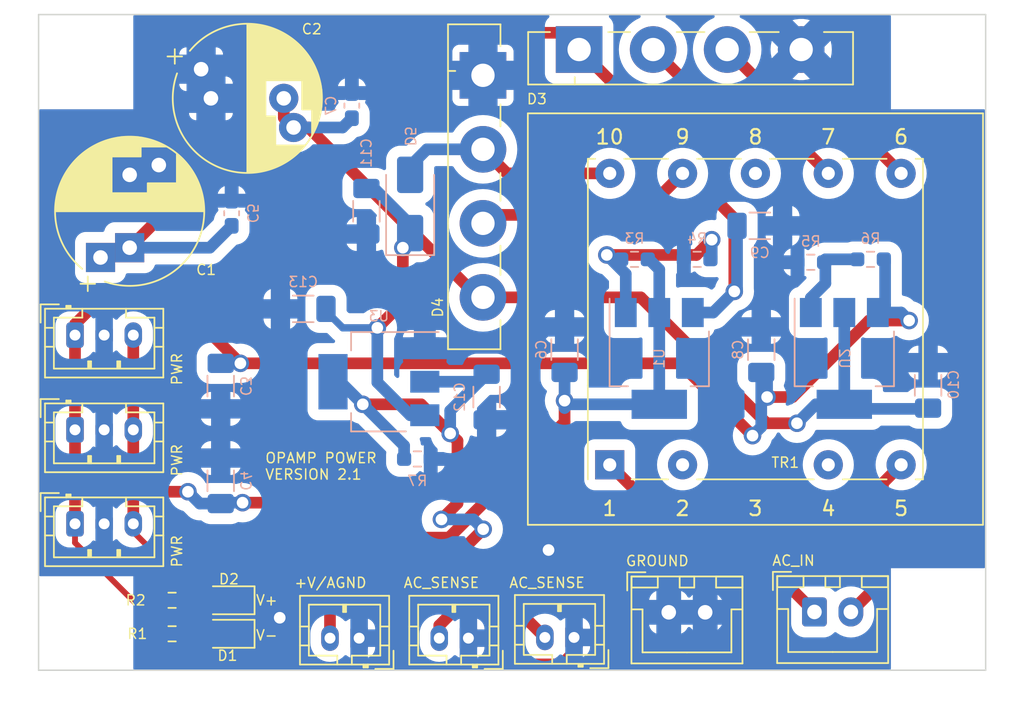
<source format=kicad_pcb>
(kicad_pcb (version 20221018) (generator pcbnew)
  (layers (0 "F.Cu" signal) (31 "B.Cu" signal) (34 "B.Paste" user) (35 "F.Paste" user) (36 "B.SilkS" user "B.Silkscreen") (37 "F.SilkS" user "F.Silkscreen") (38 "B.Mask" user) (39 "F.Mask" user) (44 "Edge.Cuts" user))
  (net 0 "")
  (net 1 "VPOS")
  (net 2 "PGND")
  (net 3 "VNEG")
  (net 4 "Net-(D1-A)")
  (net 5 "Net-(D2-A)")
  (net 6 "Net-(D3-Pad2)")
  (net 7 "AC1")
  (net 8 "Net-(D4-Pad3)")
  (net 9 "Net-(U1-ADJ)")
  (net 10 "Net-(U2-ADJ)")
  (net 11 "RECT_POS")
  (net 12 "RECT_NEG")
  (net 13 "DC_NEG")
  (net 14 "DC_POS")
  (net 15 "AC2")
  (net 16 "SENSE_DC")
  (net 17 "SENSE")
  (footprint "MountingHole:MountingHole_3.2mm_M3" (layer "F.Cu") (at 103.5 119.5)
    (fp_text reference "H4" hide)
    (fp_text value "MountingHole")
    (pad "" np_thru_hole circle (at 0 0) (size 3.2 3.2) (drill 3.2) (layers "*.Cu" "*.Mask"))
  )
  (footprint "Connector_JST:JST_XH_B2B-XH-A_1x02_P2.50mm_Vertical" (layer "F.Cu") (at 144.25 118.025)
    (fp_text reference "J2" hide)
    (fp_text value "Conn_01x02_Male")
    (pad "1" thru_hole roundrect (at 0 0) (size 1.7 2) (drill 1) (layers "*.Cu" "*.Mask") (roundrect_rratio 0.1470588235) (net 2 "PGND"))
    (pad "2" thru_hole oval (at 2.5 0) (size 1.7 2) (drill 1) (layers "*.Cu" "*.Mask") (net 2 "PGND"))
  )
  (footprint "Capacitor_THT:CP_Radial_D10.0mm_P5.00mm_P7.50mm" (layer "F.Cu") (at 107.25 93 90)
    (fp_text reference "C1" (at -1.517323 5.25 unlocked) (layer "F.SilkS") (effects (font (size 0.7 0.7) (thickness 0.1))))
    (fp_text value "1000U")
    (pad "1" thru_hole rect (at -0.672144 -2 90) (size 2 2) (drill 1) (layers "*.Cu" "*.Mask") (net 11 "RECT_POS"))
    (pad "1" thru_hole rect (at 0 0 90) (size 2 2) (drill 1) (layers "*.Cu" "*.Mask") (net 11 "RECT_POS"))
    (pad "2" thru_hole circle (at 5 0 90) (size 2 2) (drill 1) (layers "*.Cu" "*.Mask") (net 2 "PGND"))
    (pad "2" thru_hole circle (at 5.672144 2 90) (size 2 2) (drill 1) (layers "*.Cu" "*.Mask") (net 2 "PGND"))
  )
  (footprint "Resistor_SMD:R_0603_1608Metric_Pad0.98x0.95mm_HandSolder" (layer "F.Cu") (at 110.1625 117.2)
    (fp_text reference "R2" (at -2.5 0 unlocked) (layer "F.SilkS") (effects (font (size 0.7 0.7) (thickness 0.1))))
    (fp_text value "3.3K")
    (pad "1" smd roundrect (at -0.9125 0) (size 0.975 0.95) (layers "F.Cu" "F.Paste" "F.Mask") (net 14 "DC_POS"))
    (pad "2" smd roundrect (at 0.9125 0) (size 0.975 0.95) (layers "F.Cu" "F.Paste" "F.Mask") (net 5 "Net-(D2-A)"))
  )
  (footprint "Connector_JST:JST_PH_B3B-PH-K_1x03_P2.00mm_Vertical" (layer "F.Cu") (at 103.5 99)
    (fp_text reference "J3" hide)
    (fp_text value "Conn_01x03_Male")
    (pad "1" thru_hole roundrect (at 0 0) (size 1.2 1.75) (drill 0.75) (layers "*.Cu" "*.Mask") (roundrect_rratio 0.2083333333) (net 13 "DC_NEG"))
    (pad "2" thru_hole oval (at 2 0) (size 1.2 1.75) (drill 0.75) (layers "*.Cu" "*.Mask") (net 2 "PGND"))
    (pad "3" thru_hole oval (at 4 0) (size 1.2 1.75) (drill 0.75) (layers "*.Cu" "*.Mask") (net 14 "DC_POS"))
  )
  (footprint "Diode_THT:Diode_Bridge_Vishay_GBU" (layer "F.Cu") (at 131.5 81.17 -90)
    (fp_text reference "D4" (at 15.93 3.1 -270 unlocked) (layer "F.SilkS") (effects (font (size 0.7 0.7) (thickness 0.1))))
    (fp_text value "GBU4A")
    (pad "1" thru_hole rect (at 0 0 270) (size 3.2 3.2) (drill 1.6) (layers "*.Cu" "*.Mask") (net 2 "PGND"))
    (pad "2" thru_hole circle (at 5.08 0 270) (size 3.2 3.2) (drill 1.6) (layers "*.Cu" "*.Mask") (net 15 "AC2"))
    (pad "3" thru_hole circle (at 10.16 0 270) (size 3.2 3.2) (drill 1.6) (layers "*.Cu" "*.Mask") (net 8 "Net-(D4-Pad3)"))
    (pad "4" thru_hole circle (at 15.24 0 270) (size 3.2 3.2) (drill 1.6) (layers "*.Cu" "*.Mask") (net 12 "RECT_NEG"))
  )
  (footprint "Resistor_SMD:R_0603_1608Metric_Pad0.98x0.95mm_HandSolder" (layer "F.Cu") (at 110.1625 119.5 180)
    (fp_text reference "R1" (at 2.3875 0 unlocked) (layer "F.SilkS") (effects (font (size 0.7 0.7) (thickness 0.1))))
    (fp_text value "3.3K")
    (pad "1" smd roundrect (at -0.9125 0 180) (size 0.975 0.95) (layers "F.Cu" "F.Paste" "F.Mask") (net 2 "PGND"))
    (pad "2" smd roundrect (at 0.9125 0 180) (size 0.975 0.95) (layers "F.Cu" "F.Paste" "F.Mask") (net 4 "Net-(D1-A)"))
  )
  (footprint "MountingHole:MountingHole_3.2mm_M3" (layer "F.Cu") (at 163.5 79.5)
    (fp_text reference "H1" hide)
    (fp_text value "MountingHole")
    (pad "" np_thru_hole circle (at 0 0) (size 3.2 3.2) (drill 3.2) (layers "*.Cu" "*.Mask"))
  )
  (footprint "Connector_JST:JST_PH_B3B-PH-K_1x03_P2.00mm_Vertical" (layer "F.Cu") (at 103.5 105.5)
    (fp_text reference "J4" hide)
    (fp_text value "Conn_01x03_Male")
    (pad "1" thru_hole roundrect (at 0 0) (size 1.2 1.75) (drill 0.75) (layers "*.Cu" "*.Mask") (roundrect_rratio 0.2083333333) (net 13 "DC_NEG"))
    (pad "2" thru_hole oval (at 2 0) (size 1.2 1.75) (drill 0.75) (layers "*.Cu" "*.Mask") (net 2 "PGND"))
    (pad "3" thru_hole oval (at 4 0) (size 1.2 1.75) (drill 0.75) (layers "*.Cu" "*.Mask") (net 14 "DC_POS"))
  )
  (footprint "Connector_JST:JST_PH_B2B-PH-K_1x02_P2.00mm_Vertical" (layer "F.Cu") (at 130.5 119.8 180)
    (fp_text reference "J6" hide)
    (fp_text value "Conn_01x02_Male")
    (pad "1" thru_hole roundrect (at 0 0 180) (size 1.2 1.75) (drill 0.75) (layers "*.Cu" "*.Mask") (roundrect_rratio 0.2083333333) (net 2 "PGND"))
    (pad "2" thru_hole oval (at 2 0 180) (size 1.2 1.75) (drill 0.75) (layers "*.Cu" "*.Mask") (net 17 "SENSE"))
  )
  (footprint "Connector_JST:JST_PH_B3B-PH-K_1x03_P2.00mm_Vertical" (layer "F.Cu") (at 103.5 111.95)
    (fp_text reference "J5" hide)
    (fp_text value "Conn_01x03_Male")
    (pad "1" thru_hole roundrect (at 0 0) (size 1.2 1.75) (drill 0.75) (layers "*.Cu" "*.Mask") (roundrect_rratio 0.2083333333) (net 13 "DC_NEG"))
    (pad "2" thru_hole oval (at 2 0) (size 1.2 1.75) (drill 0.75) (layers "*.Cu" "*.Mask") (net 2 "PGND"))
    (pad "3" thru_hole oval (at 4 0) (size 1.2 1.75) (drill 0.75) (layers "*.Cu" "*.Mask") (net 14 "DC_POS"))
  )
  (footprint "MountingHole:MountingHole_3.2mm_M3" (layer "F.Cu") (at 103.5 79.5)
    (fp_text reference "H2" hide)
    (fp_text value "MountingHole")
    (pad "" np_thru_hole circle (at 0 0) (size 3.2 3.2) (drill 3.2) (layers "*.Cu" "*.Mask"))
  )
  (footprint "LED_SMD:LED_0805_2012Metric_Pad1.15x1.40mm_HandSolder" (layer "F.Cu") (at 113.9625 119.5 180)
    (fp_text reference "D1" (at 0 -1.5 unlocked) (layer "F.SilkS") (effects (font (size 0.7 0.7) (thickness 0.1))))
    (fp_text value "BLUE")
    (pad "1" smd roundrect (at -1.025 0 180) (size 1.15 1.4) (layers "F.Cu" "F.Paste" "F.Mask") (roundrect_rratio 0.2173913043) (net 13 "DC_NEG"))
    (pad "2" smd roundrect (at 1.025 0 180) (size 1.15 1.4) (layers "F.Cu" "F.Paste" "F.Mask") (roundrect_rratio 0.2173913043) (net 4 "Net-(D1-A)"))
  )
  (footprint "Diode_THT:Diode_Bridge_Vishay_GBU" (layer "F.Cu") (at 138.1 79.4)
    (fp_text reference "D3" (at -2.9 3.4 unlocked) (layer "F.SilkS") (effects (font (size 0.7 0.7) (thickness 0.1))))
    (fp_text value "GBU4A")
    (pad "1" thru_hole rect (at 0 0) (size 3.2 3.2) (drill 1.6) (layers "*.Cu" "*.Mask") (net 11 "RECT_POS"))
    (pad "2" thru_hole circle (at 5.08 0) (size 3.2 3.2) (drill 1.6) (layers "*.Cu" "*.Mask") (net 6 "Net-(D3-Pad2)"))
    (pad "3" thru_hole circle (at 10.16 0) (size 3.2 3.2) (drill 1.6) (layers "*.Cu" "*.Mask") (net 7 "AC1"))
    (pad "4" thru_hole circle (at 15.24 0) (size 3.2 3.2) (drill 1.6) (layers "*.Cu" "*.Mask") (net 2 "PGND"))
  )
  (footprint "Transformer_THT:Transformer_Breve_TEZ-28x33" (layer "F.Cu") (at 140.2 107.9)
    (fp_text reference "TR1" (at 12.05 -0.15 unlocked) (layer "F.SilkS") (effects (font (size 0.7 0.7) (thickness 0.1))))
    (fp_text value "230V 2x9V 2.3VA")
    (fp_text user "5" (at 20 3) (layer "F.SilkS"))
    (fp_text user "4" (at 15 3) (layer "F.SilkS"))
    (fp_text user "6" (at 20 -22.5) (layer "F.SilkS"))
    (fp_text user "9" (at 5 -22.5) (layer "F.SilkS"))
    (fp_text user "2" (at 5 3) (layer "F.SilkS"))
    (fp_text user "10" (at 0 -22.5) (layer "F.SilkS"))
    (fp_text user "3" (at 10 3) (layer "F.SilkS"))
    (fp_text user "7" (at 15 -22.5) (layer "F.SilkS"))
    (fp_text user "1" (at 0 3) (layer "F.SilkS"))
    (fp_text user "8" (at 10 -22.5) (layer "F.SilkS"))
    (pad "1" thru_hole rect (at 0 0) (size 2 2) (drill 0.9) (layers "*.Cu" "*.Mask") (net 1 "VPOS"))
    (pad "2" thru_hole circle (at 5 0) (size 2 2) (drill 0.9) (layers "*.Cu" "*.Mask"))
    (pad "4" thru_hole circle (at 15 0) (size 2 2) (drill 0.9) (layers "*.Cu" "*.Mask"))
    (pad "5" thru_hole circle (at 20 0) (size 2 2) (drill 0.9) (layers "*.Cu" "*.Mask") (net 3 "VNEG"))
    (pad "6" thru_hole circle (at 20 -20) (size 2 2) (drill 0.9) (layers "*.Cu" "*.Mask") (net 7 "AC1"))
    (pad "7" thru_hole circle (at 15 -20) (size 2 2) (drill 0.9) (layers "*.Cu" "*.Mask") (net 6 "Net-(D3-Pad2)"))
    (pad "8" thru_hole circle (at 10 -20) (size 2 2) (drill 0.9) (layers "*.Cu" "*.Mask"))
    (pad "9" thru_hole circle (at 5 -20) (size 2 2) (drill 0.9) (layers "*.Cu" "*.Mask") (net 8 "Net-(D4-Pad3)"))
    (pad "10" thru_hole circle (at 0 -20) (size 2 2) (drill 0.9) (layers "*.Cu" "*.Mask") (net 15 "AC2"))
  )
  (footprint "Connector_JST:JST_PH_B2B-PH-K_1x02_P2.00mm_Vertical" (layer "F.Cu") (at 137.75 119.75 180)
    (fp_text reference "J7" hide)
    (fp_text value "Conn_01x02_Male")
    (pad "1" thru_hole roundrect (at 0 0 180) (size 1.2 1.75) (drill 0.75) (layers "*.Cu" "*.Mask") (roundrect_rratio 0.2083333333) (net 2 "PGND"))
    (pad "2" thru_hole oval (at 2 0 180) (size 1.2 1.75) (drill 0.75) (layers "*.Cu" "*.Mask") (net 17 "SENSE"))
  )
  (footprint "MountingHole:MountingHole_3.2mm_M3" (layer "F.Cu") (at 163.5 119.5)
    (fp_text reference "H3" hide)
    (fp_text value "MountingHole")
    (pad "" np_thru_hole circle (at 0 0) (size 3.2 3.2) (drill 3.2) (layers "*.Cu" "*.Mask"))
  )
  (footprint "Capacitor_THT:CP_Radial_D10.0mm_P5.00mm_P7.50mm" (layer "F.Cu") (at 112.827856 82.75)
    (fp_text reference "C2" (at 6.922144 -4.75 unlocked) (layer "F.SilkS") (effects (font (size 0.7 0.7) (thickness 0.1))))
    (fp_text value "1000U")
    (pad "1" thru_hole rect (at -0.672144 -2) (size 2 2) (drill 1) (layers "*.Cu" "*.Mask") (net 2 "PGND"))
    (pad "1" thru_hole rect (at 0 0) (size 2 2) (drill 1) (layers "*.Cu" "*.Mask") (net 2 "PGND"))
    (pad "2" thru_hole circle (at 5 0) (size 2 2) (drill 1) (layers "*.Cu" "*.Mask") (net 12 "RECT_NEG"))
    (pad "2" thru_hole circle (at 5.672144 2) (size 2 2) (drill 1) (layers "*.Cu" "*.Mask") (net 12 "RECT_NEG"))
  )
  (footprint "Connector_JST:JST_XH_B2B-XH-A_1x02_P2.50mm_Vertical" (layer "F.Cu") (at 154.25 118)
    (fp_text reference "J1" hide)
    (fp_text value "Conn_01x02_Male")
    (pad "1" thru_hole roundrect (at 0 0) (size 1.7 2) (drill 1) (layers "*.Cu" "*.Mask") (roundrect_rratio 0.1470588235) (net 1 "VPOS"))
    (pad "2" thru_hole oval (at 2.5 0) (size 1.7 2) (drill 1) (layers "*.Cu" "*.Mask") (net 3 "VNEG"))
  )
  (footprint "LED_SMD:LED_0805_2012Metric_Pad1.15x1.40mm_HandSolder" (layer "F.Cu") (at 113.9625 117.2 180)
    (fp_text reference "D2" (at -0.1 1.45 unlocked) (layer "F.SilkS") (effects (font (size 0.7 0.7) (thickness 0.1))))
    (fp_text value "YELLOW")
    (pad "1" smd roundrect (at -1.025 0 180) (size 1.15 1.4) (layers "F.Cu" "F.Paste" "F.Mask") (roundrect_rratio 0.2173913043) (net 2 "PGND"))
    (pad "2" smd roundrect (at 1.025 0 180) (size 1.15 1.4) (layers "F.Cu" "F.Paste" "F.Mask") (roundrect_rratio 0.2173913043) (net 5 "Net-(D2-A)"))
  )
  (footprint "Connector_JST:JST_PH_B2B-PH-K_1x02_P2.00mm_Vertical" (layer "F.Cu") (at 123 119.8 180)
    (fp_text reference "J8" hide)
    (fp_text value "Conn_01x02_Male")
    (pad "1" thru_hole roundrect (at 0 0 180) (size 1.2 1.75) (drill 0.75) (layers "*.Cu" "*.Mask") (roundrect_rratio 0.2083333333) (net 2 "PGND"))
    (pad "2" thru_hole oval (at 2 0 180) (size 1.2 1.75) (drill 0.75) (layers "*.Cu" "*.Mask") (net 14 "DC_POS"))
  )
  (footprint "Resistor_SMD:R_0603_1608Metric_Pad0.98x0.95mm_HandSolder" (layer "B.Cu") (at 146.2 93.8 180)
    (fp_text reference "R4" (at 0 1.43 unlocked) (layer "B.SilkS") (effects (font (size 0.7 0.7) (thickness 0.1)) (justify mirror)))
    (fp_text value "750R")
    (pad "1" smd roundrect (at -0.9125 0 180) (size 0.975 0.95) (layers "B.Cu" "B.Paste" "B.Mask") (net 9 "Net-(U1-ADJ)"))
    (pad "2" smd roundrect (at 0.9125 0 180) (size 0.975 0.95) (layers "B.Cu" "B.Paste" "B.Mask") (net 2 "PGND"))
  )
  (footprint "Capacitor_SMD:C_1206_3216Metric_Pad1.33x1.80mm_HandSolder" (layer "B.Cu") (at 119.1625 97.2 180)
    (fp_text reference "C13" (at 0 1.85 unlocked) (layer "B.SilkS") (effects (font (size 0.7 0.7) (thickness 0.1)) (justify mirror)))
    (fp_text value "47u")
    (pad "1" smd roundrect (at -1.5625 0 180) (size 1.325 1.8) (layers "B.Cu" "B.Paste" "B.Mask") (roundrect_rratio 0.1886792453) (net 16 "SENSE_DC"))
    (pad "2" smd roundrect (at 1.5625 0 180) (size 1.325 1.8) (layers "B.Cu" "B.Paste" "B.Mask") (roundrect_rratio 0.1886792453) (net 2 "PGND"))
  )
  (footprint "Capacitor_SMD:C_1206_3216Metric_Pad1.33x1.80mm_HandSolder" (layer "B.Cu") (at 123.5 90.5 -90)
    (fp_text reference "C11" (at -4 0 90 unlocked) (layer "B.SilkS") (effects (font (size 0.7 0.7) (thickness 0.1)) (justify mirror)))
    (fp_text value "47u")
    (pad "1" smd roundrect (at -1.5625 0 270) (size 1.325 1.8) (layers "B.Cu" "B.Paste" "B.Mask") (roundrect_rratio 0.1886792453) (net 16 "SENSE_DC"))
    (pad "2" smd roundrect (at 1.5625 0 270) (size 1.325 1.8) (layers "B.Cu" "B.Paste" "B.Mask") (roundrect_rratio 0.1886792453) (net 2 "PGND"))
  )
  (footprint "Diode_SMD:D_SMA" (layer "B.Cu") (at 126.5 90 90)
    (fp_text reference "D5" (at 4.65 0 270 unlocked) (layer "B.SilkS") (effects (font (size 0.7 0.7) (thickness 0.1)) (justify mirror)))
    (fp_text value "1N4001")
    (pad "1" smd roundrect (at -2 0 90) (size 2.5 1.8) (layers "B.Cu" "B.Paste" "B.Mask") (roundrect_rratio 0.1388888889) (net 16 "SENSE_DC"))
    (pad "2" smd roundrect (at 2 0 90) (size 2.5 1.8) (layers "B.Cu" "B.Paste" "B.Mask") (roundrect_rratio 0.1388888889) (net 15 "AC2"))
  )
  (footprint "Capacitor_SMD:C_1206_3216Metric_Pad1.33x1.80mm_HandSolder" (layer "B.Cu") (at 150.5 91.5)
    (fp_text reference "C9" (at 0 1.85 unlocked) (layer "B.SilkS") (effects (font (size 0.7 0.7) (thickness 0.1)) (justify mirror)))
    (fp_text value "10u")
    (pad "1" smd roundrect (at -1.5625 0) (size 1.325 1.8) (layers "B.Cu" "B.Paste" "B.Mask") (roundrect_rratio 0.1886792453) (net 11 "RECT_POS"))
    (pad "2" smd roundrect (at 1.5625 0) (size 1.325 1.8) (layers "B.Cu" "B.Paste" "B.Mask") (roundrect_rratio 0.1886792453) (net 2 "PGND"))
  )
  (footprint "Resistor_SMD:R_0603_1608Metric_Pad0.98x0.95mm_HandSolder" (layer "B.Cu") (at 158.1 93.8 180)
    (fp_text reference "R6" (at 0 1.43 unlocked) (layer "B.SilkS") (effects (font (size 0.7 0.7) (thickness 0.1)) (justify mirror)))
    (fp_text value "120R")
    (pad "1" smd roundrect (at -0.9125 0 180) (size 0.975 0.95) (layers "B.Cu" "B.Paste" "B.Mask") (net 13 "DC_NEG"))
    (pad "2" smd roundrect (at 0.9125 0 180) (size 0.975 0.95) (layers "B.Cu" "B.Paste" "B.Mask") (net 10 "Net-(U2-ADJ)"))
  )
  (footprint "Package_TO_SOT_SMD:SOT-223-3_TabPin2" (layer "B.Cu") (at 156.3 100.6 -90)
    (fp_text reference "U2" (at 0 0 -90 unlocked) (layer "B.SilkS") (effects (font (size 0.7 0.7) (thickness 0.1)) (justify mirror)))
    (fp_text value "LM337_SOT223")
    (pad "1" smd rect (at -3.15 2.3 270) (size 2 1.5) (layers "B.Cu" "B.Paste" "B.Mask") (net 10 "Net-(U2-ADJ)"))
    (pad "2" smd rect (at -3.15 0 270) (size 2 1.5) (layers "B.Cu" "B.Paste" "B.Mask") (net 12 "RECT_NEG"))
    (pad "2" smd rect (at 3.15 0 270) (size 2 3.8) (layers "B.Cu" "B.Paste" "B.Mask") (net 12 "RECT_NEG"))
    (pad "3" smd rect (at -3.15 -2.3 270) (size 2 1.5) (layers "B.Cu" "B.Paste" "B.Mask") (net 13 "DC_NEG"))
  )
  (footprint "Resistor_SMD:R_0603_1608Metric_Pad0.98x0.95mm_HandSolder" (layer "B.Cu") (at 154 94 180)
    (fp_text reference "R5" (at 0 1.43 unlocked) (layer "B.SilkS") (effects (font (size 0.7 0.7) (thickness 0.1)) (justify mirror)))
    (fp_text value "750R")
    (pad "1" smd roundrect (at -0.9125 0 180) (size 0.975 0.95) (layers "B.Cu" "B.Paste" "B.Mask") (net 10 "Net-(U2-ADJ)"))
    (pad "2" smd roundrect (at 0.9125 0 180) (size 0.975 0.95) (layers "B.Cu" "B.Paste" "B.Mask") (net 2 "PGND"))
  )
  (footprint "Capacitor_SMD:C_1206_3216Metric_Pad1.33x1.80mm_HandSolder" (layer "B.Cu") (at 113.5 109 90)
    (fp_text reference "C4" (at 0 1.7 270 unlocked) (layer "B.SilkS") (effects (font (size 0.7 0.7) (thickness 0.1)) (justify mirror)))
    (fp_text value "10U")
    (pad "1" smd roundrect (at -1.5625 0 90) (size 1.325 1.8) (layers "B.Cu" "B.Paste" "B.Mask") (roundrect_rratio 0.1886792453) (net 14 "DC_POS"))
    (pad "2" smd roundrect (at 1.5625 0 90) (size 1.325 1.8) (layers "B.Cu" "B.Paste" "B.Mask") (roundrect_rratio 0.1886792453) (net 2 "PGND"))
  )
  (footprint "Resistor_SMD:R_0603_1608Metric_Pad0.98x0.95mm_HandSolder" (layer "B.Cu") (at 127 107.5 180)
    (fp_text reference "R7" (at 0 -1.5 unlocked) (layer "B.SilkS") (effects (font (size 0.7 0.7) (thickness 0.1)) (justify mirror)))
    (fp_text value "10K")
    (pad "1" smd roundrect (at -0.9125 0 180) (size 0.975 0.95) (layers "B.Cu" "B.Paste" "B.Mask") (net 2 "PGND"))
    (pad "2" smd roundrect (at 0.9125 0 180) (size 0.975 0.95) (layers "B.Cu" "B.Paste" "B.Mask") (net 17 "SENSE"))
  )
  (footprint "Capacitor_SMD:C_0603_1608Metric_Pad1.08x0.95mm_HandSolder" (layer "B.Cu") (at 122.5 83.25 -90)
    (fp_text reference "C7" (at 0 1.43 90 unlocked) (layer "B.SilkS") (effects (font (size 0.7 0.7) (thickness 0.1)) (justify mirror)))
    (fp_text value "0.1U")
    (pad "1" smd roundrect (at -0.8625 0 270) (size 1.075 0.95) (layers "B.Cu" "B.Paste" "B.Mask") (net 2 "PGND"))
    (pad "2" smd roundrect (at 0.8625 0 270) (size 1.075 0.95) (layers "B.Cu" "B.Paste" "B.Mask") (net 12 "RECT_NEG"))
  )
  (footprint "Resistor_SMD:R_0603_1608Metric_Pad0.98x0.95mm_HandSolder" (layer "B.Cu") (at 141.9 93.8 180)
    (fp_text reference "R3" (at 0 1.43 unlocked) (layer "B.SilkS") (effects (font (size 0.7 0.7) (thickness 0.1)) (justify mirror)))
    (fp_text value "120R")
    (pad "1" smd roundrect (at -0.9125 0 180) (size 0.975 0.95) (layers "B.Cu" "B.Paste" "B.Mask") (net 14 "DC_POS"))
    (pad "2" smd roundrect (at 0.9125 0 180) (size 0.975 0.95) (layers "B.Cu" "B.Paste" "B.Mask") (net 9 "Net-(U1-ADJ)"))
  )
  (footprint "Capacitor_SMD:C_1206_3216Metric_Pad1.33x1.80mm_HandSolder" (layer "B.Cu") (at 137.1 100 90)
    (fp_text reference "C6" (at 0 -1.6 90 unlocked) (layer "B.SilkS") (effects (font (size 0.7 0.7) (thickness 0.1)) (justify mirror)))
    (fp_text value "10U")
    (pad "1" smd roundrect (at -1.5625 0 90) (size 1.325 1.8) (layers "B.Cu" "B.Paste" "B.Mask") (roundrect_rratio 0.1886792453) (net 14 "DC_POS"))
    (pad "2" smd roundrect (at 1.5625 0 90) (size 1.325 1.8) (layers "B.Cu" "B.Paste" "B.Mask") (roundrect_rratio 0.1886792453) (net 2 "PGND"))
  )
  (footprint "Capacitor_SMD:C_0603_1608Metric_Pad1.08x0.95mm_HandSolder" (layer "B.Cu") (at 114.25 90.6375 90)
    (fp_text reference "C5" (at 0 1.43 -90 unlocked) (layer "B.SilkS") (effects (font (size 0.7 0.7) (thickness 0.1)) (justify mirror)))
    (fp_text value "0.1U")
    (pad "1" smd roundrect (at -0.8625 0 90) (size 1.075 0.95) (layers "B.Cu" "B.Paste" "B.Mask") (net 11 "RECT_POS"))
    (pad "2" smd roundrect (at 0.8625 0 90) (size 1.075 0.95) (layers "B.Cu" "B.Paste" "B.Mask") (net 2 "PGND"))
  )
  (footprint "Capacitor_SMD:C_1206_3216Metric_Pad1.33x1.80mm_HandSolder" (layer "B.Cu") (at 113.5 102.5 90)
    (fp_text reference "C3" (at 0 1.7 270 unlocked) (layer "B.SilkS") (effects (font (size 0.7 0.7) (thickness 0.1)) (justify mirror)))
    (fp_text value "10U")
    (pad "1" smd roundrect (at -1.5625 0 90) (size 1.325 1.8) (layers "B.Cu" "B.Paste" "B.Mask") (roundrect_rratio 0.1886792453) (net 2 "PGND"))
    (pad "2" smd roundrect (at 1.5625 0 90) (size 1.325 1.8) (layers "B.Cu" "B.Paste" "B.Mask") (roundrect_rratio 0.1886792453) (net 13 "DC_NEG"))
  )
  (footprint "Capacitor_SMD:C_1206_3216Metric_Pad1.33x1.80mm_HandSolder" (layer "B.Cu") (at 162.05 102.45 -90)
    (fp_text reference "C10" (at -0.05 -1.75 90 unlocked) (layer "B.SilkS") (effects (font (size 0.7 0.7) (thickness 0.1)) (justify mirror)))
    (fp_text value "10u")
    (pad "1" smd roundrect (at -1.5625 0 270) (size 1.325 1.8) (layers "B.Cu" "B.Paste" "B.Mask") (roundrect_rratio 0.1886792453) (net 2 "PGND"))
    (pad "2" smd roundrect (at 1.5625 0 270) (size 1.325 1.8) (layers "B.Cu" "B.Paste" "B.Mask") (roundrect_rratio 0.1886792453) (net 12 "RECT_NEG"))
  )
  (footprint "Package_TO_SOT_SMD:SOT-223-3_TabPin2" (layer "B.Cu") (at 143.6 100.6 -90)
    (fp_text reference "U1" (at 0 0 90 unlocked) (layer "B.SilkS") (effects (font (size 0.7 0.7) (thickness 0.1)) (justify mirror)))
    (fp_text value "LM317_SOT-223")
    (pad "1" smd rect (at -3.15 2.3 270) (size 2 1.5) (layers "B.Cu" "B.Paste" "B.Mask") (net 9 "Net-(U1-ADJ)"))
    (pad "2" smd rect (at -3.15 0 270) (size 2 1.5) (layers "B.Cu" "B.Paste" "B.Mask") (net 14 "DC_POS"))
    (pad "2" smd rect (at 3.15 0 270) (size 2 3.8) (layers "B.Cu" "B.Paste" "B.Mask") (net 14 "DC_POS"))
    (pad "3" smd rect (at -3.15 -2.3 270) (size 2 1.5) (layers "B.Cu" "B.Paste" "B.Mask") (net 11 "RECT_POS"))
  )
  (footprint "Capacitor_SMD:C_1206_3216Metric_Pad1.33x1.80mm_HandSolder" (layer "B.Cu") (at 131.75 103.25 -90)
    (fp_text reference "C12" (at 0 1.85 90 unlocked) (layer "B.SilkS") (effects (font (size 0.7 0.7) (thickness 0.1)) (justify mirror)))
    (fp_text value "10u")
    (pad "1" smd roundrect (at -1.5625 0 270) (size 1.325 1.8) (layers "B.Cu" "B.Paste" "B.Mask") (roundrect_rratio 0.1886792453) (net 17 "SENSE"))
    (pad "2" smd roundrect (at 1.5625 0 270) (size 1.325 1.8) (layers "B.Cu" "B.Paste" "B.Mask") (roundrect_rratio 0.1886792453) (net 2 "PGND"))
  )
  (footprint "Package_TO_SOT_SMD:SOT-223-3_TabPin2" (layer "B.Cu") (at 124.3575 102.2 180)
    (fp_text reference "U3" (at 0 4.5 unlocked) (layer "B.SilkS") (effects (font (size 0.7 0.7) (thickness 0.1)) (justify mirror)))
    (fp_text value "AMS1117-3.3")
    (pad "1" smd rect (at -3.15 2.3 180) (size 2 1.5) (layers "B.Cu" "B.Paste" "B.Mask") (net 2 "PGND"))
    (pad "2" smd rect (at -3.15 0 180) (size 2 1.5) (layers "B.Cu" "B.Paste" "B.Mask") (net 17 "SENSE"))
    (pad "2" smd rect (at 3.15 0 180) (size 2 3.8) (layers "B.Cu" "B.Paste" "B.Mask") (net 17 "SENSE"))
    (pad "3" smd rect (at -3.15 -2.3 180) (size 2 1.5) (layers "B.Cu" "B.Paste" "B.Mask") (net 16 "SENSE_DC"))
  )
  (footprint "Capacitor_SMD:C_1206_3216Metric_Pad1.33x1.80mm_HandSolder" (layer "B.Cu") (at 150.6 100 -90)
    (fp_text reference "C8" (at 0 1.6 90 unlocked) (layer "B.SilkS") (effects (font (size 0.7 0.7) (thickness 0.1)) (justify mirror)))
    (fp_text value "10U")
    (pad "1" smd roundrect (at -1.5625 0 270) (size 1.325 1.8) (layers "B.Cu" "B.Paste" "B.Mask") (roundrect_rratio 0.1886792453) (net 2 "PGND"))
    (pad "2" smd roundrect (at 1.5625 0 270) (size 1.325 1.8) (layers "B.Cu" "B.Paste" "B.Mask") (roundrect_rratio 0.1886792453) (net 13 "DC_NEG"))
  )
  (gr_line (start 166 77) (end 101 77) (stroke (width 0.1)) (layer "Edge.Cuts"))
  (gr_line (start 101 77) (end 101 122) (stroke (width 0.1)) (layer "Edge.Cuts"))
  (gr_line (start 166 77) (end 166 122) (stroke (width 0.1)) (layer "Edge.Cuts"))
  (gr_line (start 101 122) (end 166 122) (stroke (width 0.1)) (layer "Edge.Cuts"))
  (gr_text "GROUND" (at 141.25 114.5) (layer "F.SilkS") (effects (font (size 0.7 0.7) (thickness 0.1)) (justify left)))
  (gr_text "OPAMP POWER\nVERSION 2.1\n" (at 116.5 108) (layer "F.SilkS") (effects (font (size 0.7 0.7) (thickness 0.1)) (justify left)))
  (gr_text "AC_SENSE" (at 126 116) (layer "F.SilkS") (effects (font (size 0.7 0.7) (thickness 0.1)) (justify left)))
  (gr_text "PWR\n" (at 110.5 102.5 90) (layer "F.SilkS") (effects (font (size 0.7 0.7) (thickness 0.1)) (justify left)))
  (gr_text "PWR\n" (at 110.5 115 90) (layer "F.SilkS") (effects (font (size 0.7 0.7) (thickness 0.1)) (justify left)))
  (gr_text "PWR\n" (at 110.5 108.75 90) (layer "F.SilkS") (effects (font (size 0.7 0.7) (thickness 0.1)) (justify left)))
  (gr_text "AC_IN" (at 151.3 114.475) (layer "F.SilkS") (effects (font (size 0.7 0.7) (thickness 0.1)) (justify left)))
  (gr_text "V+" (at 115.8625 117.2) (layer "F.SilkS") (effects (font (size 0.7 0.7) (thickness 0.1)) (justify left)))
  (gr_text "AC_SENSE" (at 133.25 116) (layer "F.SilkS") (effects (font (size 0.7 0.7) (thickness 0.1)) (justify left)))
  (gr_text "V-" (at 115.8625 119.6) (layer "F.SilkS") (effects (font (size 0.7 0.7) (thickness 0.1)) (justify left)))
  (gr_text "+V/AGND" (at 118.5 116) (layer "F.SilkS") (effects (font (size 0.7 0.7) (thickness 0.1)) (justify left)))
  (segment (start 154.25 118) (end 149 112.75) (width 0.8) (layer "F.Cu") (net 1))
  (segment (start 149 112.75) (end 145.05 112.75) (width 0.8) (layer "F.Cu") (net 1))
  (segment (start 145.05 112.75) (end 140.2 107.9) (width 0.8) (layer "F.Cu") (net 1))
  (segment (start 113.8375 118.35) (end 114.9875 117.2) (width 0.4) (layer "F.Cu") (net 2))
  (segment (start 137.75 115.5) (end 136 113.75) (width 0.8) (layer "F.Cu") (net 2))
  (segment (start 137.75 119.75) (end 137.75 115.5) (width 0.8) (layer "F.Cu") (net 2))
  (segment (start 111.075 119.5) (end 112.225 118.35) (width 0.4) (layer "F.Cu") (net 2))
  (segment (start 136.9 121.6) (end 131 121.6) (width 0.8) (layer "F.Cu") (net 2))
  (segment (start 137.75 119.75) (end 137.75 120.75) (width 0.8) (layer "F.Cu") (net 2))
  (segment (start 130.5 121.1) (end 130.5 119.8) (width 0.8) (layer "F.Cu") (net 2))
  (segment (start 137.75 120.75) (end 136.9 121.6) (width 0.8) (layer "F.Cu") (net 2))
  (segment (start 131 121.6) (end 130.5 121.1) (width 0.8) (layer "F.Cu") (net 2))
  (segment (start 112.225 118.35) (end 113.8375 118.35) (width 0.4) (layer "F.Cu") (net 2))
  (segment (start 116.35 117.2) (end 117.55 118.4) (width 0.4) (layer "F.Cu") (net 2))
  (segment (start 114.9875 117.2) (end 116.35 117.2) (width 0.4) (layer "F.Cu") (net 2))
  (via (at 136 113.75) (size 1.2) (drill 0.8) (layers "F.Cu" "B.Cu") (net 2))
  (via (at 117.55 118.4) (size 1.2) (drill 0.8) (layers "F.Cu" "B.Cu") (net 2))
  (segment (start 137.1 98.4375) (end 136.0625 98.4375) (width 0.8) (layer "B.Cu") (net 2))
  (segment (start 136.0625 98.4375) (end 134.25 100.25) (width 0.8) (layer "B.Cu") (net 2))
  (segment (start 158.95 109.15) (end 158.95 115.8) (width 0.8) (layer "F.Cu") (net 3))
  (segment (start 158.95 115.8) (end 156.75 118) (width 0.8) (layer "F.Cu") (net 3))
  (segment (start 160.2 107.9) (end 158.95 109.15) (width 0.8) (layer "F.Cu") (net 3))
  (segment (start 112.9375 120.2) (end 112.5375 120.6) (width 0.4) (layer "F.Cu") (net 4))
  (segment (start 110.35 120.6) (end 109.25 119.5) (width 0.4) (layer "F.Cu") (net 4))
  (segment (start 112.9375 119.5) (end 112.9375 120.2) (width 0.4) (layer "F.Cu") (net 4))
  (segment (start 112.5375 120.6) (end 110.35 120.6) (width 0.4) (layer "F.Cu") (net 4))
  (segment (start 112.9375 117.2) (end 111.075 117.2) (width 0.8) (layer "F.Cu") (net 5))
  (segment (start 147.63 83.85) (end 143.18 79.4) (width 0.8) (layer "F.Cu") (net 6))
  (segment (start 155.2 87.9) (end 151.15 83.85) (width 0.8) (layer "F.Cu") (net 6))
  (segment (start 151.15 83.85) (end 147.63 83.85) (width 0.8) (layer "F.Cu") (net 6))
  (segment (start 160.2 87.9) (end 154.7 82.4) (width 0.8) (layer "F.Cu") (net 7))
  (segment (start 154.7 82.4) (end 151.26 82.4) (width 0.8) (layer "F.Cu") (net 7))
  (segment (start 151.26 82.4) (end 148.26 79.4) (width 0.8) (layer "F.Cu") (net 7))
  (segment (start 132.08 90.75) (end 142.35 90.75) (width 0.8) (layer "F.Cu") (net 8))
  (segment (start 142.35 90.75) (end 145.2 87.9) (width 0.8) (layer "F.Cu") (net 8))
  (segment (start 146.15 93.5) (end 147.2 92.45) (width 0.8) (layer "F.Cu") (net 9))
  (segment (start 139.999995 93.5) (end 146.15 93.5) (width 0.8) (layer "F.Cu") (net 9))
  (via (at 139.999995 93.5) (size 1.2) (drill 0.8) (layers "F.Cu" "B.Cu") (net 9))
  (via (at 147.2 92.45) (size 1.2) (drill 0.8) (layers "F.Cu" "B.Cu") (net 9))
  (segment (start 147.2 93.8) (end 147.2 92.45) (width 0.8) (layer "B.Cu") (net 9))
  (segment (start 141.3 97.45) (end 141.3 94.800005) (width 0.8) (layer "B.Cu") (net 9))
  (segment (start 141.3 94.800005) (end 139.999995 93.5) (width 0.8) (layer "B.Cu") (net 9))
  (segment (start 155 93.8) (end 157.1 93.8) (width 0.8) (layer "B.Cu") (net 10))
  (segment (start 154 96.45) (end 155 95.45) (width 0.8) (layer "B.Cu") (net 10))
  (segment (start 155 95.45) (end 155 93.8) (width 0.8) (layer "B.Cu") (net 10))
  (segment (start 154 97.45) (end 154 96.45) (width 0.8) (layer "B.Cu") (net 10))
  (segment (start 136.95 78.25) (end 118 78.25) (width 0.8) (layer "F.Cu") (net 11))
  (segment (start 143.45 84.75) (end 146 84.75) (width 0.8) (layer "F.Cu") (net 11))
  (segment (start 115.25 85) (end 107.25 93) (width 0.8) (layer "F.Cu") (net 11))
  (segment (start 118 78.25) (end 115.25 81) (width 0.8) (layer "F.Cu") (net 11))
  (segment (start 115.25 81) (end 115.25 85) (width 0.8) (layer "F.Cu") (net 11))
  (segment (start 148.75 90.982232) (end 148.75 96) (width 0.8) (layer "F.Cu") (net 11))
  (segment (start 146 84.75) (end 147.8 86.55) (width 0.8) (layer "F.Cu") (net 11))
  (segment (start 147.8 90.032232) (end 148.75 90.982232) (width 0.8) (layer "F.Cu") (net 11))
  (segment (start 138.1 79.4) (end 143.45 84.75) (width 0.8) (layer "F.Cu") (net 11))
  (segment (start 147.8 86.55) (end 147.8 90.032232) (width 0.8) (layer "F.Cu") (net 11))
  (via (at 148.75 96) (size 1.2) (drill 0.8) (layers "F.Cu" "B.Cu") (net 11))
  (segment (start 148.9375 91.25) (end 148.9375 95.8125) (width 0.8) (layer "B.Cu") (net 11))
  (segment (start 148.9375 95.8125) (end 148.75 96) (width 0.8) (layer "B.Cu") (net 11))
  (segment (start 145.9 97.45) (end 147.3 97.45) (width 0.8) (layer "B.Cu") (net 11))
  (segment (start 114.25 91.5) (end 112.75 93) (width 0.8) (layer "B.Cu") (net 11))
  (segment (start 147.3 97.45) (end 148.75 96) (width 0.8) (layer "B.Cu") (net 11))
  (segment (start 112.75 93) (end 107.25 93) (width 0.8) (layer "B.Cu") (net 11))
  (segment (start 130.41 96.41) (end 130.41 95.642233) (width 0.8) (layer "F.Cu") (net 12))
  (segment (start 131.5 96.41) (end 142.327767 96.41) (width 0.8) (layer "F.Cu") (net 12))
  (segment (start 119.517767 84.75) (end 118.75 84.75) (width 0.8) (layer "F.Cu") (net 12))
  (segment (start 130.41 95.642233) (end 119.517767 84.75) (width 0.8) (layer "F.Cu") (net 12))
  (segment (start 117.827856 82.75) (end 117.827856 84.077856) (width 0.8) (layer "F.Cu") (net 12))
  (segment (start 150.967767 105.05) (end 153.05 105.05) (width 0.8) (layer "F.Cu") (net 12))
  (segment (start 142.327767 96.41) (end 150.967767 105.05) (width 0.8) (layer "F.Cu") (net 12))
  (segment (start 117.827856 84.077856) (end 118.5 84.75) (width 0.8) (layer "F.Cu") (net 12))
  (via (at 153.05 105.05) (size 1.2) (drill 0.8) (layers "F.Cu" "B.Cu") (net 12))
  (segment (start 121.8625 84.75) (end 118.5 84.75) (width 0.8) (layer "B.Cu") (net 12))
  (segment (start 122.5 84.1125) (end 121.8625 84.75) (width 0.8) (layer "B.Cu") (net 12))
  (segment (start 162 104.0625) (end 156.6125 104.0625) (width 0.8) (layer "B.Cu") (net 12))
  (segment (start 156.3 103.75) (end 154.35 103.75) (width 0.8) (layer "B.Cu") (net 12))
  (segment (start 162.05 104.0125) (end 162 104.0625) (width 0.8) (layer "B.Cu") (net 12))
  (segment (start 154.35 103.75) (end 153.05 105.05) (width 0.8) (layer "B.Cu") (net 12))
  (segment (start 156.3 97.45) (end 156.3 103.75) (width 0.8) (layer "B.Cu") (net 12))
  (segment (start 145.0375 100.9375) (end 114.85 100.9375) (width 0.8) (layer "F.Cu") (net 13))
  (segment (start 110.4125 96.5) (end 114.85 100.9375) (width 0.8) (layer "F.Cu") (net 13))
  (segment (start 105.25 96.5) (end 110.4125 96.5) (width 0.8) (layer "F.Cu") (net 13))
  (segment (start 152.75 103.25) (end 151 103.25) (width 0.8) (layer "F.Cu") (net 13))
  (segment (start 150 105.9) (end 145.0375 100.9375) (width 0.8) (layer "F.Cu") (net 13))
  (segment (start 158 98) (end 152.75 103.25) (width 0.8) (layer "F.Cu") (net 13))
  (segment (start 113.2375 121.25) (end 109.540228 121.25) (width 0.4) (layer "F.Cu") (net 13))
  (segment (start 160.75 98) (end 158 98) (width 0.8) (layer "F.Cu") (net 13))
  (segment (start 103.5 111.5) (end 103.5 98.25) (width 0.8) (layer "F.Cu") (net 13))
  (segment (start 103.5 113.25) (end 103.5 111.5) (width 0.4) (layer "F.Cu") (net 13))
  (segment (start 108.3125 120.022272) (end 108.3125 118.0625) (width 0.4) (layer "F.Cu") (net 13))
  (segment (start 108.3125 118.0625) (end 103.5 113.25) (width 0.4) (layer "F.Cu") (net 13))
  (segment (start 114.9875 119.5) (end 113.2375 121.25) (width 0.4) (layer "F.Cu") (net 13))
  (segment (start 109.540228 121.25) (end 108.3125 120.022272) (width 0.4) (layer "F.Cu") (net 13))
  (segment (start 103.5 98.25) (end 105.25 96.5) (width 0.8) (layer "F.Cu") (net 13))
  (via (at 114.85 100.9375) (size 1.2) (drill 0.8) (layers "F.Cu" "B.Cu") (net 13))
  (via (at 151 103.25) (size 1.2) (drill 0.8) (layers "F.Cu" "B.Cu") (net 13))
  (via (at 150 105.9) (size 1.2) (drill 0.8) (layers "F.Cu" "B.Cu") (net 13))
  (via (at 160.75 98) (size 1.2) (drill 0.8) (layers "F.Cu" "B.Cu") (net 13))
  (segment (start 150.6 105.3) (end 150 105.9) (width 0.8) (layer "B.Cu") (net 13))
  (segment (start 150.6 101.5625) (end 150.6 105.3) (width 0.8) (layer "B.Cu") (net 13))
  (segment (start 159.1 96.95) (end 158.6 97.45) (width 0.8) (layer "B.Cu") (net 13))
  (segment (start 151 101.9625) (end 150.6 101.5625) (width 0.8) (layer "B.Cu") (net 13))
  (segment (start 151 103.25) (end 151 101.9625) (width 0.8) (layer "B.Cu") (net 13))
  (segment (start 113.5 100.9375) (end 114.85 100.9375) (width 0.5) (layer "B.Cu") (net 13))
  (segment (start 159.1 93.8) (end 159.1 96.95) (width 0.8) (layer "B.Cu") (net 13))
  (segment (start 158.6 97.45) (end 160.2 97.45) (width 0.8) (layer "B.Cu") (net 13))
  (segment (start 160.2 97.45) (end 160.75 98) (width 0.8) (layer "B.Cu") (net 13))
  (segment (start 107.5 108) (end 107.5 105.6) (width 0.8) (layer "F.Cu") (net 14))
  (segment (start 137.1 104.967767) (end 137.1 103.5) (width 0.8) (layer "F.Cu") (net 14))
  (segment (start 121.15 112.9) (end 129.167767 112.9) (width 0.8) (layer "F.Cu") (net 14))
  (segment (start 111.25 109.75) (end 109.25 109.75) (width 0.8) (layer "F.Cu") (net 14))
  (segment (start 121 112.75) (end 121 119.8) (width 0.8) (layer "F.Cu") (net 14))
  (segment (start 121 112.75) (end 121.15 112.9) (width 0.8) (layer "F.Cu") (net 14))
  (segment (start 109.25 114.25) (end 107.5 112.5) (width 0.4) (layer "F.Cu") (net 14))
  (segment (start 115 110.5) (end 118.75 110.5) (width 0.8) (layer "F.Cu") (net 14))
  (segment (start 107.5 111.5) (end 107.5 108) (width 0.8) (layer "F.Cu") (net 14))
  (segment (start 107.5 99.75) (end 107.5 105.6) (width 0.8) (layer "F.Cu") (net 14))
  (segment (start 109.25 109.75) (end 107.5 108) (width 0.8) (layer "F.Cu") (net 14))
  (segment (start 129.167767 112.9) (end 137.1 104.967767) (width 0.8) (layer "F.Cu") (net 14))
  (segment (start 118.75 110.5) (end 121 112.75) (width 0.8) (layer "F.Cu") (net 14))
  (segment (start 109.25 117.2) (end 109.25 114.25) (width 0.4) (layer "F.Cu") (net 14))
  (via (at 137.1 103.5) (size 1.2) (drill 0.8) (layers "F.Cu" "B.Cu") (net 14))
  (via (at 111.25 109.75) (size 1.2) (drill 0.8) (layers "F.Cu" "B.Cu") (net 14))
  (via (at 115 110.5) (size 1.2) (drill 0.8) (layers "F.Cu" "B.Cu") (net 14))
  (segment (start 143.6 94.5) (end 142.9 93.8) (width 0.8) (layer "B.Cu") (net 14))
  (segment (start 143.6 103.75) (end 137.35 103.75) (width 0.8) (layer "B.Cu") (net 14))
  (segment (start 137.1 104) (end 137.1 103.5) (width 0.8) (layer "B.Cu") (net 14))
  (segment (start 113.5 110.5625) (end 112.0625 110.5625) (width 0.8) (layer "B.Cu") (net 14))
  (segment (start 114 110.5) (end 115 110.5) (width 0.8) (layer "B.Cu") (net 14))
  (segment (start 137.35 103.75) (end 137.1 104) (width 0.8) (layer "B.Cu") (net 14))
  (segment (start 112.0625 110.5625) (end 111.25 109.75) (width 0.8) (layer "B.Cu") (net 14))
  (segment (start 137.1 101.5625) (end 137.1 104) (width 0.8) (layer "B.Cu") (net 14))
  (segment (start 143.6 97.45) (end 143.6 103.75) (width 0.8) (layer "B.Cu") (net 14))
  (segment (start 143.6 97.45) (end 143.6 94.5) (width 0.8) (layer "B.Cu") (net 14))
  (segment (start 140.2 87.9) (end 133.15 87.9) (width 0.8) (layer "F.Cu") (net 15))
  (segment (start 133.15 87.9) (end 131.5 86.25) (width 0.8) (layer "F.Cu") (net 15))
  (segment (start 131.5 86.25) (end 127.65 86.25) (width 0.8) (layer "B.Cu") (net 15))
  (segment (start 127.65 86.25) (end 126.5 87.4) (width 0.8) (layer "B.Cu") (net 15))
  (segment (start 126 96.75) (end 124.25 98.5) (width 0.8) (layer "F.Cu") (net 16))
  (segment (start 126 93) (end 126 96.75) (width 0.8) (layer "F.Cu") (net 16))
  (via (at 126 93) (size 1.2) (drill 0.8) (layers "F.Cu" "B.Cu") (net 16))
  (via (at 124.25 98.5) (size 1.2) (drill 0.8) (layers "F.Cu" "B.Cu") (net 16))
  (segment (start 121 97.625) (end 121.875 98.5) (width 0.5) (layer "B.Cu") (net 16))
  (segment (start 124.0375 88.9375) (end 126.5 91.4) (width 0.8) (layer "B.Cu") (net 16))
  (segment (start 126.5 92.5) (end 126 93) (width 0.8) (layer "B.Cu") (net 16))
  (segment (start 121.875 98.5) (end 124.25 98.5) (width 0.5) (layer "B.Cu") (net 16))
  (segment (start 126.5075 104.5) (end 127.5075 104.5) (width 0.8) (layer "B.Cu") (net 16))
  (segment (start 123.5 88.9375) (end 124.0375 88.9375) (width 0.8) (layer "B.Cu") (net 16))
  (segment (start 124.25 102.2425) (end 126.5075 104.5) (width 0.8) (layer "B.Cu") (net 16))
  (segment (start 124.25 102.2425) (end 124.25 98.5) (width 0.8) (layer "B.Cu") (net 16))
  (segment (start 129.75 110.55) (end 128.65 111.65) (width 0.8) (layer "F.Cu") (net 17))
  (segment (start 135.75 119.75) (end 133.75 117.75) (width 0.8) (layer "F.Cu") (net 17))
  (segment (start 133.75 117.75) (end 129.675 117.75) (width 0.8) (layer "F.Cu") (net 17))
  (segment (start 128.5 118.925) (end 128.5 119.8) (width 0.8) (layer "F.Cu") (net 17))
  (segment (start 129.75 106.25) (end 129.75 110.55) (width 0.8) (layer "F.Cu") (net 17))
  (segment (start 127.25 103.75) (end 129.25 105.75) (width 0.8) (layer "F.Cu") (net 17))
  (segment (start 129.675 117.75) (end 128.5 118.925) (width 0.8) (layer "F.Cu") (net 17))
  (segment (start 129.675 114.160535) (end 131.514423 112.321112) (width 0.8) (layer "F.Cu") (net 17))
  (segment (start 129.25 105.75) (end 129.75 106.25) (width 0.8) (layer "F.Cu") (net 17))
  (segment (start 129.675 117.75) (end 129.675 114.160535) (width 0.8) (layer "F.Cu") (net 17))
  (segment (start 123.25 103.75) (end 127.25 103.75) (width 0.8) (layer "F.Cu") (net 17))
  (via (at 131.514423 112.321112) (size 1.2) (drill 0.8) (layers "F.Cu" "B.Cu") (net 17))
  (via (at 129.25 105.75) (size 1.2) (drill 0.8) (layers "F.Cu" "B.Cu") (net 17))
  (via (at 123.25 103.75) (size 1.2) (drill 0.8) (layers "F.Cu" "B.Cu") (net 17))
  (via (at 128.65 111.65) (size 1.2) (drill 0.8) (layers "F.Cu" "B.Cu") (net 17))
  (segment (start 128.65 111.65) (end 130.843311 111.65) (width 0.8) (layer "B.Cu") (net 17))
  (segment (start 121.7 102.2) (end 123.25 103.75) (width 0.8) (layer "B.Cu") (net 17))
  (segment (start 130.843311 111.65) (end 131.514423 112.321112) (width 0.8) (layer "B.Cu") (net 17))
  (segment (start 131.2375 102.2) (end 131.75 101.6875) (width 0.8) (layer "B.Cu") (net 17))
  (segment (start 129.25 105.75) (end 129.25 104.1875) (width 0.8) (layer "B.Cu") (net 17))
  (segment (start 126.0875 107.5) (end 126.0875 106.5875) (width 0.8) (layer "B.Cu") (net 17))
  (segment (start 127.5075 102.2) (end 131.2375 102.2) (width 0.8) (layer "B.Cu") (net 17))
  (segment (start 126.0875 106.5875) (end 123.25 103.75) (width 0.8) (layer "B.Cu") (net 17))
  (segment (start 129.25 104.1875) (end 131.75 101.6875) (width 0.8) (layer "B.Cu") (net 17))
  (zone (net 2) (net_name "PGND") (layer "B.Cu") (connect_pads (clearance 0.75)) (min_thickness 0.25) (fill yes (thermal_gap 0.5) (thermal_bridge_width 2))
    (polygon (pts (xy 107.5 76) (xy 107.5 83.5) (xy 100 83.5) (xy 99.5 84) (xy 99.5 115.55) (xy 107.5 115.55) (xy 107.5 122.5) (xy 159.5 122.5) (xy 159.5 115) (xy 166.5 115) (xy 166.5 83.5) (xy 159.5 83.5) (xy 159.5 76)))
  )
)
</source>
